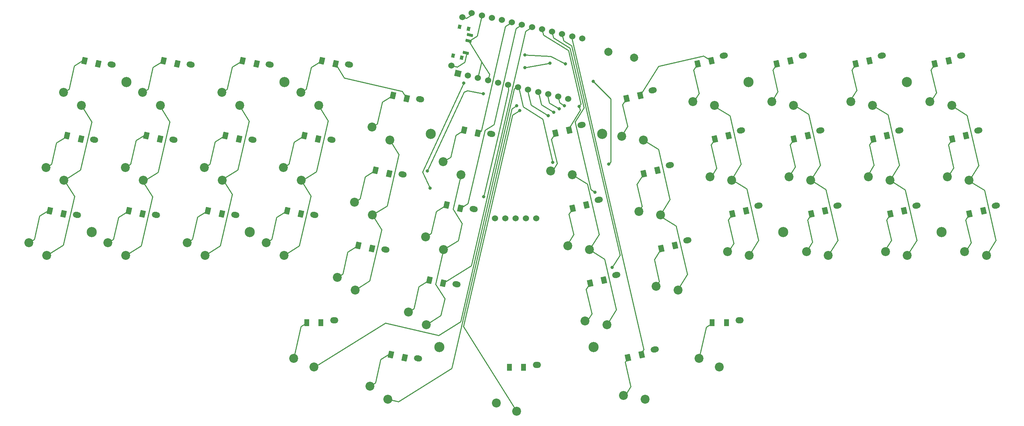
<source format=gbl>
G04 #@! TF.GenerationSoftware,KiCad,Pcbnew,(6.0.8-1)-1*
G04 #@! TF.CreationDate,2023-02-22T13:24:54+02:00*
G04 #@! TF.ProjectId,r41l2,7234316c-322e-46b6-9963-61645f706362,rev?*
G04 #@! TF.SameCoordinates,Original*
G04 #@! TF.FileFunction,Copper,L2,Bot*
G04 #@! TF.FilePolarity,Positive*
%FSLAX46Y46*%
G04 Gerber Fmt 4.6, Leading zero omitted, Abs format (unit mm)*
G04 Created by KiCad (PCBNEW (6.0.8-1)-1) date 2023-02-22 13:24:54*
%MOMM*%
%LPD*%
G01*
G04 APERTURE LIST*
G04 Aperture macros list*
%AMHorizOval*
0 Thick line with rounded ends*
0 $1 width*
0 $2 $3 position (X,Y) of the first rounded end (center of the circle)*
0 $4 $5 position (X,Y) of the second rounded end (center of the circle)*
0 Add line between two ends*
20,1,$1,$2,$3,$4,$5,0*
0 Add two circle primitives to create the rounded ends*
1,1,$1,$2,$3*
1,1,$1,$4,$5*%
%AMRotRect*
0 Rectangle, with rotation*
0 The origin of the aperture is its center*
0 $1 length*
0 $2 width*
0 $3 Rotation angle, in degrees counterclockwise*
0 Add horizontal line*
21,1,$1,$2,0,0,$3*%
G04 Aperture macros list end*
G04 #@! TA.AperFunction,ComponentPad*
%ADD10R,1.300000X1.700000*%
G04 #@! TD*
G04 #@! TA.AperFunction,ComponentPad*
%ADD11C,2.500000*%
G04 #@! TD*
G04 #@! TA.AperFunction,ComponentPad*
%ADD12O,2.000000X1.500000*%
G04 #@! TD*
G04 #@! TA.AperFunction,ComponentPad*
%ADD13C,2.200000*%
G04 #@! TD*
G04 #@! TA.AperFunction,ComponentPad*
%ADD14C,1.524000*%
G04 #@! TD*
G04 #@! TA.AperFunction,ComponentPad*
%ADD15RotRect,1.524000X1.524000X347.000000*%
G04 #@! TD*
G04 #@! TA.AperFunction,ComponentPad*
%ADD16HorizOval,1.500000X0.243593X-0.056238X-0.243593X0.056238X0*%
G04 #@! TD*
G04 #@! TA.AperFunction,ComponentPad*
%ADD17RotRect,1.300000X1.700000X167.000000*%
G04 #@! TD*
G04 #@! TA.AperFunction,ComponentPad*
%ADD18RotRect,1.300000X1.700000X193.000000*%
G04 #@! TD*
G04 #@! TA.AperFunction,ComponentPad*
%ADD19HorizOval,1.500000X0.243593X0.056238X-0.243593X-0.056238X0*%
G04 #@! TD*
G04 #@! TA.AperFunction,ComponentPad*
%ADD20C,2.000000*%
G04 #@! TD*
G04 #@! TA.AperFunction,SMDPad,CuDef*
%ADD21RotRect,0.700000X1.500000X77.000000*%
G04 #@! TD*
G04 #@! TA.AperFunction,SMDPad,CuDef*
%ADD22RotRect,1.000000X0.800000X77.000000*%
G04 #@! TD*
G04 #@! TA.AperFunction,ViaPad*
%ADD23C,0.800000*%
G04 #@! TD*
G04 #@! TA.AperFunction,Conductor*
%ADD24C,0.250000*%
G04 #@! TD*
G04 APERTURE END LIST*
D10*
X147707283Y-71310418D03*
X144207283Y-71310418D03*
D11*
X80226390Y-37992954D03*
X167100724Y-13789101D03*
X88774530Y-966891D03*
X124813846Y-13789101D03*
X211688180Y-37992954D03*
X164957284Y-66310642D03*
X41226834Y-37992954D03*
X126957285Y-66310642D03*
X49774974Y-966891D03*
X250687736Y-37992954D03*
X242139596Y-966891D03*
X203140040Y-966891D03*
D12*
X150957285Y-70760419D03*
D13*
X140957285Y-80110419D03*
X145957285Y-82210419D03*
D10*
X197673144Y-60326672D03*
X194173144Y-60326672D03*
D12*
X200923139Y-59776673D03*
D13*
X190923139Y-69126673D03*
X195923139Y-71226673D03*
D12*
X100991426Y-59776672D03*
D13*
X90991426Y-69126672D03*
X95991426Y-71226672D03*
D10*
X97741427Y-60326673D03*
X94241427Y-60326673D03*
D14*
X129849345Y3115159D03*
D15*
X131486440Y1173118D03*
D14*
X133961340Y601742D03*
X136436240Y30367D03*
X138911140Y-541009D03*
X141386040Y-1112385D03*
X143860940Y-1683760D03*
X146335840Y-2255136D03*
X148810740Y-2826512D03*
X151285640Y-3397887D03*
X153760540Y-3969263D03*
X156235440Y-4540639D03*
X158710340Y-5112014D03*
X162138594Y9737385D03*
X159663694Y10308761D03*
X157188794Y10880137D03*
X154713894Y11451512D03*
X152238994Y12022888D03*
X149764094Y12594264D03*
X147289194Y13165639D03*
X144814294Y13737015D03*
X142339394Y14308391D03*
X139864494Y14879766D03*
X137389594Y15451142D03*
X134914694Y16022518D03*
X132591949Y14994678D03*
D16*
X135423244Y-32293200D03*
D13*
X123576251Y-39154050D03*
X127975704Y-42324982D03*
D17*
X132132824Y-32098013D03*
X128722528Y-31310685D03*
X127858752Y-50611044D03*
X124448456Y-49823716D03*
D16*
X131149174Y-50806229D03*
D13*
X119302181Y-57667079D03*
X123701634Y-60838011D03*
D16*
X139697315Y-13780171D03*
D13*
X127850322Y-20641021D03*
X132249775Y-23811953D03*
D17*
X136406895Y-13584982D03*
X132996599Y-12797654D03*
X114606534Y-23549872D03*
X111196238Y-22762544D03*
D16*
X117896962Y-23745058D03*
D13*
X106049969Y-30605908D03*
X110449422Y-33776840D03*
D17*
X110332467Y-42062908D03*
X106922171Y-41275580D03*
D16*
X113622893Y-42258094D03*
D13*
X101775900Y-49118944D03*
X106175353Y-52289876D03*
D17*
X118880605Y-5036840D03*
X115470309Y-4249512D03*
D16*
X122171032Y-5232032D03*
D13*
X110324039Y-12092882D03*
X114723492Y-15263814D03*
D16*
X96096607Y-33709953D03*
D13*
X84249614Y-40570803D03*
X88649067Y-43741735D03*
D17*
X92806181Y-33514765D03*
X89395885Y-32727437D03*
D16*
X104644748Y3316109D03*
D13*
X92797755Y-3544741D03*
X97197208Y-6715673D03*
D17*
X101354322Y3511298D03*
X97944026Y4298626D03*
D16*
X100370678Y-15196922D03*
D13*
X88523685Y-22057772D03*
X92923138Y-25228704D03*
D17*
X97080251Y-15001730D03*
X93669955Y-14214402D03*
D16*
X85144971Y3316110D03*
D13*
X73297978Y-3544740D03*
X77697431Y-6715672D03*
D17*
X81854544Y3511296D03*
X78444248Y4298624D03*
D16*
X80870896Y-15196920D03*
D13*
X69023903Y-22057770D03*
X73423356Y-25228702D03*
D17*
X77580474Y-15001733D03*
X74170178Y-14214405D03*
D16*
X76596827Y-33709951D03*
D13*
X64749834Y-40570801D03*
X69149287Y-43741733D03*
D17*
X73306404Y-33514764D03*
X69896108Y-32727436D03*
D16*
X61371121Y-15196921D03*
D13*
X49524128Y-22057771D03*
X53923581Y-25228703D03*
D17*
X58080696Y-15001733D03*
X54670400Y-14214405D03*
D16*
X65645193Y3316113D03*
D13*
X53798200Y-3544737D03*
X58197653Y-6715669D03*
D17*
X62354766Y3511297D03*
X58944470Y4298625D03*
X53806627Y-33514765D03*
X50396331Y-32727437D03*
D16*
X57097050Y-33709949D03*
D13*
X45250057Y-40570799D03*
X49649510Y-43741731D03*
D16*
X41871339Y-15196920D03*
D13*
X30024346Y-22057770D03*
X34423799Y-25228702D03*
D17*
X34306847Y-33514765D03*
X30896551Y-32727437D03*
D16*
X37597270Y-33709949D03*
D13*
X25750277Y-40570799D03*
X30149730Y-43741731D03*
D16*
X46145409Y3316108D03*
D13*
X34298416Y-3544742D03*
X38697869Y-6715674D03*
D17*
X42854989Y3511298D03*
X39444693Y4298626D03*
X118393637Y-68951933D03*
X114983341Y-68164605D03*
D16*
X121684065Y-69147121D03*
D13*
X109837072Y-76007971D03*
X114236525Y-79178903D03*
D18*
X176836986Y-68186362D03*
X173426690Y-68973690D03*
D19*
X179974207Y-66897609D03*
D13*
X172333799Y-78257480D03*
X177678046Y-79178901D03*
D17*
X38580918Y-15001733D03*
X35170622Y-14214405D03*
D19*
X264060997Y-31460446D03*
D13*
X256420589Y-42820317D03*
X261764836Y-43741738D03*
D18*
X261018018Y-32727437D03*
X257607722Y-33514765D03*
D19*
X236013079Y5565622D03*
D13*
X228372671Y-5794249D03*
X233716918Y-6715670D03*
D18*
X232970102Y4298626D03*
X229559806Y3511298D03*
D19*
X244561220Y-31460444D03*
D13*
X236920812Y-42820315D03*
X242265059Y-43741736D03*
D18*
X241518240Y-32727436D03*
X238107944Y-33514764D03*
D19*
X240287150Y-12947412D03*
D13*
X232646742Y-24307283D03*
X237990989Y-25228704D03*
D18*
X237244169Y-14214403D03*
X233833873Y-15001731D03*
D19*
X255512857Y5565619D03*
D13*
X247872449Y-5794252D03*
X253216696Y-6715673D03*
D18*
X252469878Y4298625D03*
X249059582Y3511297D03*
D19*
X259786928Y-12947408D03*
D13*
X252146520Y-24307279D03*
X257490767Y-25228700D03*
D18*
X256743947Y-14214405D03*
X253333651Y-15001733D03*
D19*
X220787371Y-12947411D03*
D13*
X213146963Y-24307282D03*
X218491210Y-25228703D03*
D18*
X217744392Y-14214407D03*
X214334096Y-15001735D03*
D19*
X225061442Y-31460442D03*
D13*
X217421034Y-42820313D03*
X222765281Y-43741734D03*
D18*
X222018461Y-32727436D03*
X218608165Y-33514764D03*
X213470322Y4298624D03*
X210060026Y3511296D03*
D19*
X216513302Y5565620D03*
D13*
X208872894Y-5794251D03*
X214217141Y-6715672D03*
D19*
X197013523Y5565617D03*
D13*
X189373115Y-5794254D03*
X194717362Y-6715675D03*
D18*
X193970546Y4298628D03*
X190560250Y3511300D03*
D19*
X201287592Y-12947411D03*
D13*
X193647184Y-24307282D03*
X198991431Y-25228703D03*
D18*
X198244614Y-14214403D03*
X194834318Y-15001731D03*
D19*
X205561663Y-31460444D03*
D13*
X197921255Y-42820315D03*
X203265502Y-43741736D03*
D18*
X202518683Y-32727437D03*
X199108387Y-33514765D03*
X184992401Y-41275577D03*
X181582105Y-42062905D03*
D19*
X188035377Y-40008582D03*
D13*
X180394969Y-51368453D03*
X185739216Y-52289874D03*
D19*
X179487237Y-2982521D03*
D13*
X171846829Y-14342392D03*
X177191076Y-15263813D03*
D18*
X176444258Y-4249515D03*
X173033962Y-5036843D03*
X180718329Y-22762544D03*
X177308033Y-23549872D03*
D19*
X183761308Y-21495548D03*
D13*
X176120900Y-32855419D03*
X181465147Y-33776840D03*
D18*
X163192045Y-31310687D03*
X159781749Y-32098015D03*
D19*
X166235026Y-30043691D03*
D13*
X158594618Y-41403562D03*
X163938865Y-42324983D03*
D18*
X167466117Y-49823716D03*
X164055821Y-50611044D03*
D19*
X170509095Y-48556724D03*
D13*
X162868687Y-59916595D03*
X168212934Y-60838016D03*
D18*
X158917976Y-12797654D03*
X155507680Y-13584982D03*
D19*
X161960954Y-11530657D03*
D13*
X154320546Y-22890528D03*
X159664793Y-23811949D03*
D20*
X174900000Y5000000D03*
X168566594Y6462182D03*
D14*
X150813654Y-34630174D03*
X148273654Y-34630174D03*
X145733654Y-34630174D03*
X143193654Y-34630174D03*
X140653654Y-34630174D03*
D21*
X133409615Y6240372D03*
X134084468Y9163482D03*
X134421894Y10625037D03*
D22*
X130317729Y5517364D03*
X132461343Y5022472D03*
X134103485Y12135374D03*
X131959871Y12630266D03*
D23*
X147973654Y5669826D03*
X154864471Y-20801119D03*
X145976892Y-6802444D03*
X153739090Y-9258434D03*
X155088170Y-8433825D03*
X146726310Y-8001763D03*
X156437248Y-7609213D03*
X157786329Y-6784603D03*
X154173654Y3669826D03*
X147973654Y2569826D03*
X124673654Y-27130174D03*
X132973654Y-1230174D03*
X161421575Y-6971643D03*
X165283652Y-28145550D03*
X169557722Y-46658578D03*
X168673654Y-21230174D03*
X164873654Y-830174D03*
X123973654Y-22930174D03*
X137773654Y-3830174D03*
X137873654Y-29230174D03*
X157973654Y3469826D03*
D24*
X154373654Y5369826D02*
X147973654Y5669826D01*
X157973654Y3469826D02*
X154373654Y5369826D01*
X154864471Y-20801119D02*
X152390010Y-10083048D01*
X30149728Y-43741732D02*
X34210408Y-41204340D01*
X132143030Y-60055371D02*
X145415139Y-2567534D01*
X96207776Y-71276619D02*
X113618708Y-60397061D01*
X38484251Y-22692287D02*
X41235261Y-10776350D01*
X167688943Y-44657032D02*
X163935826Y-42311826D01*
X34210408Y-41204340D02*
X36983007Y-29194899D01*
X163935826Y-42311826D02*
X166281033Y-38558706D01*
X168212935Y-60838014D02*
X170558143Y-57084898D01*
X145415139Y-2567534D02*
X146014802Y-2192826D01*
X152390010Y-10083048D02*
X147592727Y-7085372D01*
X166281033Y-38558706D02*
X163414873Y-26144000D01*
X147592727Y-7085372D02*
X146467969Y-2213521D01*
X36983007Y-29194899D02*
X34482324Y-25192972D01*
X38734582Y-6774424D02*
X38756395Y-6679940D01*
X126746083Y-63427755D02*
X132143030Y-60055371D01*
X95991425Y-71226672D02*
X96207776Y-71276619D01*
X41235261Y-10776350D02*
X38734582Y-6774424D01*
X163414873Y-26144000D02*
X159661755Y-23798793D01*
X170558143Y-57084898D02*
X167688943Y-44657032D01*
X113618708Y-60397061D02*
X126746083Y-63427755D01*
X34482324Y-25192972D02*
X38484251Y-22692287D01*
X153739090Y-9258434D02*
X149541465Y-6635468D01*
X129995473Y-71580156D02*
X144777570Y-7551860D01*
X114236523Y-79178905D02*
X116864123Y-79785534D01*
X57597256Y-23256233D02*
X60482557Y-10758625D01*
X116864123Y-79785534D02*
X129995473Y-71580156D01*
X185710648Y-52166121D02*
X188055855Y-48413005D01*
X188055855Y-48413005D02*
X185302170Y-36485484D01*
X56208486Y-29271656D02*
X53895159Y-25569560D01*
X53410355Y-41391696D02*
X56208486Y-29271656D01*
X60482557Y-10758625D02*
X58169230Y-7056527D01*
X180944194Y-17609020D02*
X183781785Y-29899972D01*
X53895159Y-25569560D02*
X57597256Y-23256233D01*
X144777570Y-7551860D02*
X145976892Y-6802444D01*
X177191076Y-15263808D02*
X180944194Y-17609020D01*
X49649509Y-43741733D02*
X53410355Y-41391696D01*
X185302170Y-36485484D02*
X181549052Y-34140276D01*
X183781785Y-29899972D02*
X181436576Y-33653088D01*
X149541465Y-6635468D02*
X148641661Y-2737988D01*
X198528850Y-9313715D02*
X194775737Y-6968508D01*
X80007867Y-10648031D02*
X77694541Y-6945934D01*
X144927329Y-9125893D02*
X146726310Y-8001763D01*
X152089867Y-6560276D02*
X151415013Y-3637165D01*
X201282537Y-21241238D02*
X198528850Y-9313715D01*
X202690446Y-27339562D02*
X198937327Y-24994355D01*
X203265500Y-43741736D02*
X205610710Y-39988617D01*
X69149285Y-43741736D02*
X72910134Y-41391695D01*
X73532946Y-24971779D02*
X77235044Y-22658452D01*
X72910134Y-41391695D02*
X75846275Y-28673877D01*
X77235044Y-22658452D02*
X80007867Y-10648031D01*
X155088170Y-8433825D02*
X152089867Y-6560276D01*
X75846275Y-28673877D02*
X73532946Y-24971779D01*
X198937327Y-24994355D02*
X201282537Y-21241238D01*
X132884421Y-61289460D02*
X144927329Y-9125893D01*
X205610710Y-39988617D02*
X202690446Y-27339562D01*
X145957286Y-82210417D02*
X132884421Y-61289460D01*
X218491212Y-25228703D02*
X220836418Y-21475585D01*
X156437248Y-7609213D02*
X154038607Y-6110376D01*
X154038607Y-6110376D02*
X153588706Y-4161635D01*
X99533178Y-10537434D02*
X97219853Y-6835339D01*
X217941686Y-8937124D02*
X214188569Y-6591915D01*
X222765279Y-43741736D02*
X225110488Y-39988620D01*
X92409909Y-41391700D02*
X95259109Y-29050467D01*
X222215758Y-27450159D02*
X218462639Y-25104950D01*
X220836418Y-21475585D02*
X217941686Y-8937124D01*
X92945782Y-25348371D02*
X96647879Y-23035044D01*
X96647879Y-23035044D02*
X99533178Y-10537434D01*
X225110488Y-39988620D02*
X222215758Y-27450159D01*
X95259109Y-29050467D02*
X92945782Y-25348371D01*
X88649067Y-43741733D02*
X92409909Y-41391700D01*
X237466997Y-9047719D02*
X233713883Y-6702515D01*
X109773314Y-50041622D02*
X112697680Y-37374806D01*
X240333158Y-21462427D02*
X237466997Y-9047719D01*
X106175353Y-52289875D02*
X109773314Y-50041622D01*
X110449422Y-33776841D02*
X114047385Y-31528585D01*
X237987951Y-25215545D02*
X240333158Y-21462427D01*
X241741069Y-27560752D02*
X237987951Y-25215545D01*
X116971749Y-18861777D02*
X114723492Y-15263814D01*
X112697680Y-37374806D02*
X110449422Y-33776841D01*
X242265059Y-43741736D02*
X244610265Y-39988615D01*
X244610265Y-39988615D02*
X241741069Y-27560752D01*
X114047385Y-31528585D02*
X116971749Y-18861777D01*
X157786329Y-6784603D02*
X156587008Y-6035181D01*
X156587008Y-6035181D02*
X156249581Y-4573628D01*
X130289663Y-32302127D02*
X132249773Y-23811953D01*
X261764836Y-43741733D02*
X264110044Y-39988616D01*
X261266378Y-27671348D02*
X257513261Y-25326138D01*
X131573671Y-40076724D02*
X132537921Y-35900092D01*
X127975704Y-42324983D02*
X131573671Y-40076724D01*
X126015594Y-50815159D02*
X127975704Y-42324983D01*
X128263851Y-54413123D02*
X126015594Y-50815159D01*
X123701636Y-60838014D02*
X127299599Y-58589754D01*
X264110044Y-39988616D02*
X261266378Y-27671348D01*
X132537921Y-35900092D02*
X130289663Y-32302127D01*
X259858469Y-21573022D02*
X256992309Y-9158319D01*
X256992309Y-9158319D02*
X253239191Y-6813110D01*
X257513261Y-25326138D02*
X259858469Y-21573022D01*
X127299599Y-58589754D02*
X128263851Y-54413123D01*
X134177777Y9067531D02*
X137350442Y3990208D01*
X137350442Y3990208D02*
X136436240Y30367D01*
X137389594Y15451144D02*
X136208825Y10336673D01*
X154173654Y3669826D02*
X147973654Y2569826D01*
X138911140Y-541011D02*
X139253966Y943930D01*
X122786229Y-23142749D02*
X132973654Y-1230174D01*
X137731149Y3380952D02*
X137350442Y3990208D01*
X124673654Y-27130174D02*
X122786229Y-23142749D01*
X139253966Y943930D02*
X137731149Y3380952D01*
X136208825Y10336673D02*
X134177777Y9067531D01*
X155507679Y-13584982D02*
X154570905Y-15084135D01*
X155951318Y-21063354D02*
X154452478Y-23461996D01*
X154570905Y-15084135D02*
X155951318Y-21063354D01*
X161421575Y-6971643D02*
X161646526Y-7946011D01*
X158759444Y6782015D02*
X161796283Y-6371979D01*
X193970543Y4298626D02*
X192073828Y5483827D01*
X180939186Y2913192D02*
X176636786Y-3972087D01*
X161796283Y-6371979D02*
X161421575Y-6971643D01*
X152553688Y10659803D02*
X158759444Y6782015D01*
X192073828Y5483827D02*
X180939186Y2913192D01*
X152238993Y12022888D02*
X152553688Y10659803D01*
X161646526Y-7946011D02*
X158648849Y-12743296D01*
X173339592Y-11917431D02*
X171840755Y-14316073D01*
X173033963Y-5036843D02*
X172097190Y-6535993D01*
X172097190Y-6535993D02*
X173339592Y-11917431D01*
X190560249Y3511296D02*
X189623474Y2012146D01*
X189623474Y2012146D02*
X190952819Y-3745881D01*
X190952819Y-3745881D02*
X189453980Y-6144524D01*
X210365656Y-3369293D02*
X208866818Y-5767936D01*
X210060026Y3511297D02*
X209123252Y2012147D01*
X209123252Y2012147D02*
X210365656Y-3369293D01*
X228623030Y2012145D02*
X229778490Y-2992702D01*
X229559804Y3511298D02*
X228623030Y2012145D01*
X229778490Y-2992702D02*
X228279653Y-5391344D01*
X249059583Y3511295D02*
X248122809Y2012143D01*
X248122809Y2012143D02*
X249416277Y-3590484D01*
X249416277Y-3590484D02*
X247917440Y-5989125D01*
X158844976Y-33597166D02*
X160000439Y-38602014D01*
X160000439Y-38602014D02*
X158501598Y-41000656D01*
X159781750Y-32098012D02*
X158844976Y-33597166D01*
X164239484Y-27493081D02*
X165283652Y-28145550D01*
X160387799Y-10809598D02*
X164239484Y-27493081D01*
X159134155Y7381676D02*
X162539104Y-7366794D01*
X155066711Y9923296D02*
X159134155Y7381676D01*
X154713894Y11451516D02*
X155066711Y9923296D01*
X162539104Y-7366794D02*
X160387799Y-10809598D01*
X175621840Y-26248346D02*
X176864243Y-31629783D01*
X176864243Y-31629783D02*
X176114824Y-32829104D01*
X177308033Y-23549872D02*
X175621840Y-26248346D01*
X193897545Y-16500887D02*
X195226889Y-22258913D01*
X195226889Y-22258913D02*
X193728053Y-24657554D01*
X194834320Y-15001735D02*
X193897545Y-16500887D01*
X214334097Y-15001735D02*
X213397324Y-16500889D01*
X213397324Y-16500889D02*
X214639725Y-21882320D01*
X214639725Y-21882320D02*
X213140887Y-24280964D01*
X233833874Y-15001731D02*
X232897100Y-16500883D01*
X232897100Y-16500883D02*
X234052560Y-21505732D01*
X234052560Y-21505732D02*
X232553721Y-23904376D01*
X253333653Y-15001736D02*
X252396878Y-16500888D01*
X252396878Y-16500888D02*
X253690347Y-22103515D01*
X253690347Y-22103515D02*
X252191513Y-24502156D01*
X164055819Y-50611046D02*
X163119045Y-52110198D01*
X164499456Y-58089413D02*
X163000619Y-60488056D01*
X163119045Y-52110198D02*
X164499456Y-58089413D01*
X159508864Y7981337D02*
X171431269Y-43660276D01*
X171431269Y-43660276D02*
X169557722Y-46658578D01*
X157579733Y9186789D02*
X159508864Y7981337D01*
X157188794Y10880137D02*
X157579733Y9186789D01*
X179895911Y-44761377D02*
X181138314Y-50142817D01*
X181582103Y-42062904D02*
X179895911Y-44761377D01*
X181138314Y-50142817D02*
X180388897Y-51342136D01*
X199108389Y-33514766D02*
X198171614Y-35013914D01*
X198171614Y-35013914D02*
X199500961Y-40771946D01*
X199500961Y-40771946D02*
X198002122Y-43170587D01*
X217671392Y-35013917D02*
X218913797Y-40395353D01*
X218608166Y-33514763D02*
X217671392Y-35013917D01*
X218913797Y-40395353D02*
X217414958Y-42793997D01*
X238107944Y-33514766D02*
X237171169Y-35013918D01*
X237171169Y-35013918D02*
X238326631Y-40018765D01*
X238326631Y-40018765D02*
X236827792Y-42417404D01*
X257964417Y-40616545D02*
X256465580Y-43015186D01*
X257607722Y-33514764D02*
X256670948Y-35013914D01*
X256670948Y-35013914D02*
X257964417Y-40616545D01*
X177317279Y-66932683D02*
X176567861Y-68132005D01*
X159663694Y10308760D02*
X159532981Y10099580D01*
X159532981Y10099580D02*
X177317279Y-66932683D01*
X34298416Y-3544742D02*
X35617668Y-2720381D01*
X36944654Y3027425D02*
X39282116Y4488033D01*
X35617668Y-2720381D02*
X36944654Y3027425D01*
X118880604Y-5036843D02*
X117756477Y-3237858D01*
X143208765Y12733770D02*
X137254946Y-13055060D01*
X137254946Y-13055060D02*
X136406893Y-13584983D01*
X103517515Y49464D02*
X101354321Y3511297D01*
X117756477Y-3237858D02*
X103517515Y49464D01*
X144814296Y13737016D02*
X143208765Y12733770D01*
X55117450Y-2720378D02*
X56357493Y2650839D01*
X56357493Y2650839D02*
X58694952Y4111443D01*
X53798198Y-3544737D02*
X55117450Y-2720378D01*
X73297975Y-3544741D02*
X74617228Y-2720379D01*
X75882805Y2761433D02*
X78220262Y4222042D01*
X74617228Y-2720379D02*
X75882805Y2761433D01*
X92797754Y-3544739D02*
X94117006Y-2720378D01*
X95365485Y2687374D02*
X97944027Y4298625D01*
X94117006Y-2720378D02*
X95365485Y2687374D01*
X111643293Y-11268521D02*
X112891770Y-5860762D01*
X112891770Y-5860762D02*
X115470309Y-4249513D01*
X110324038Y-12092881D02*
X111643293Y-11268521D01*
X127850323Y-20641023D02*
X129706527Y-19481136D01*
X130955006Y-14073381D02*
X132996596Y-12797655D01*
X129706527Y-19481136D02*
X130955006Y-14073381D01*
X30024347Y-22057769D02*
X31343598Y-21233410D01*
X31343598Y-21233410D02*
X32558110Y-15972791D01*
X32558110Y-15972791D02*
X34895569Y-14512184D01*
X133989024Y-30938130D02*
X132132822Y-32098014D01*
X138161468Y-12865283D02*
X133989024Y-30938130D01*
X140364379Y-11488749D02*
X138161468Y-12865283D01*
X145848448Y12265361D02*
X140364379Y-11488749D01*
X147289195Y13165639D02*
X145848448Y12265361D01*
X50843380Y-21233409D02*
X52195899Y-15375006D01*
X49524129Y-22057771D02*
X50843380Y-21233409D01*
X52195899Y-15375006D02*
X53933696Y-14289111D01*
X53933696Y-14289111D02*
X54420881Y-14401589D01*
X70343155Y-21233410D02*
X71608733Y-15751599D01*
X69023903Y-22057770D02*
X70343155Y-21233410D01*
X71608733Y-15751599D02*
X73946193Y-14290992D01*
X88523685Y-22057772D02*
X89842936Y-21233411D01*
X89842936Y-21233411D02*
X91091414Y-15825654D01*
X91091414Y-15825654D02*
X93669955Y-14214404D01*
X108617699Y-24373795D02*
X111196239Y-22762547D01*
X106049968Y-30605909D02*
X107369221Y-29781550D01*
X107369221Y-29781550D02*
X108617699Y-24373795D01*
X126143981Y-32921939D02*
X128722527Y-31310684D01*
X123576250Y-39154051D02*
X124895505Y-38329690D01*
X124895505Y-38329690D02*
X126143981Y-32921939D01*
X27069529Y-39746440D02*
X28396513Y-33998638D01*
X28396513Y-33998638D02*
X30733975Y-32538029D01*
X25750277Y-40570800D02*
X27069529Y-39746440D01*
X148158566Y11591017D02*
X134799357Y-46274072D01*
X134799357Y-46274072D02*
X127858750Y-50611046D01*
X149764097Y12594265D02*
X148158566Y11591017D01*
X45250057Y-40570798D02*
X46569309Y-39746440D01*
X47809350Y-34375227D02*
X50146811Y-32914620D01*
X46569309Y-39746440D02*
X47809350Y-34375227D01*
X64749833Y-40570802D02*
X66069085Y-39746442D01*
X66069085Y-39746442D02*
X67334662Y-34264632D01*
X67334662Y-34264632D02*
X69672121Y-32804023D01*
X86817344Y-34338688D02*
X89395887Y-32727436D01*
X85568866Y-39746444D02*
X86817344Y-34338688D01*
X84249612Y-40570804D02*
X85568866Y-39746444D01*
X101775901Y-49118945D02*
X103095152Y-48294584D01*
X104343630Y-42886830D02*
X106922172Y-41275576D01*
X103095152Y-48294584D02*
X104343630Y-42886830D01*
X119302181Y-57667079D02*
X120621433Y-56842719D01*
X120621433Y-56842719D02*
X121869911Y-51434968D01*
X121869911Y-51434968D02*
X124448456Y-49823714D01*
X90991427Y-69126673D02*
X92799943Y-61293115D01*
X92799943Y-61293115D02*
X94066776Y-60501512D01*
X109837071Y-76007972D02*
X111156322Y-75183610D01*
X111156322Y-75183610D02*
X112487084Y-69419449D01*
X112487084Y-69419449D02*
X114940540Y-67886359D01*
X172731020Y-70086998D02*
X174111433Y-76066215D01*
X174111433Y-76066215D02*
X172371490Y-78850701D01*
X173426692Y-68973690D02*
X172731020Y-70086998D01*
X190923141Y-69126673D02*
X192707080Y-61399587D01*
X192707080Y-61399587D02*
X194129256Y-60510912D01*
X133162053Y3914448D02*
X131334285Y2772334D01*
X131334285Y2772334D02*
X129849345Y3115160D01*
X133620952Y5902165D02*
X133162053Y3914448D01*
X133409615Y6240372D02*
X133620952Y5902165D01*
X134800419Y15527538D02*
X134914695Y16022519D01*
X132591949Y14994681D02*
X133581908Y14766129D01*
X133581908Y14766129D02*
X134800419Y15527538D01*
X168673654Y-21230174D02*
X169173654Y-20730174D01*
X169173654Y-5130174D02*
X164873654Y-830174D01*
X169173654Y-20730174D02*
X169173654Y-5130174D01*
X133873654Y-3130174D02*
X137773654Y-3830174D01*
X123973654Y-22930174D02*
X133051470Y-3407990D01*
X133873654Y-3130174D02*
X133051470Y-3407990D01*
X141873654Y-12030174D02*
X143973654Y-3030174D01*
X137873654Y-29230174D02*
X141873654Y-12030174D01*
X143973654Y-3030174D02*
X143860940Y-1683760D01*
M02*

</source>
